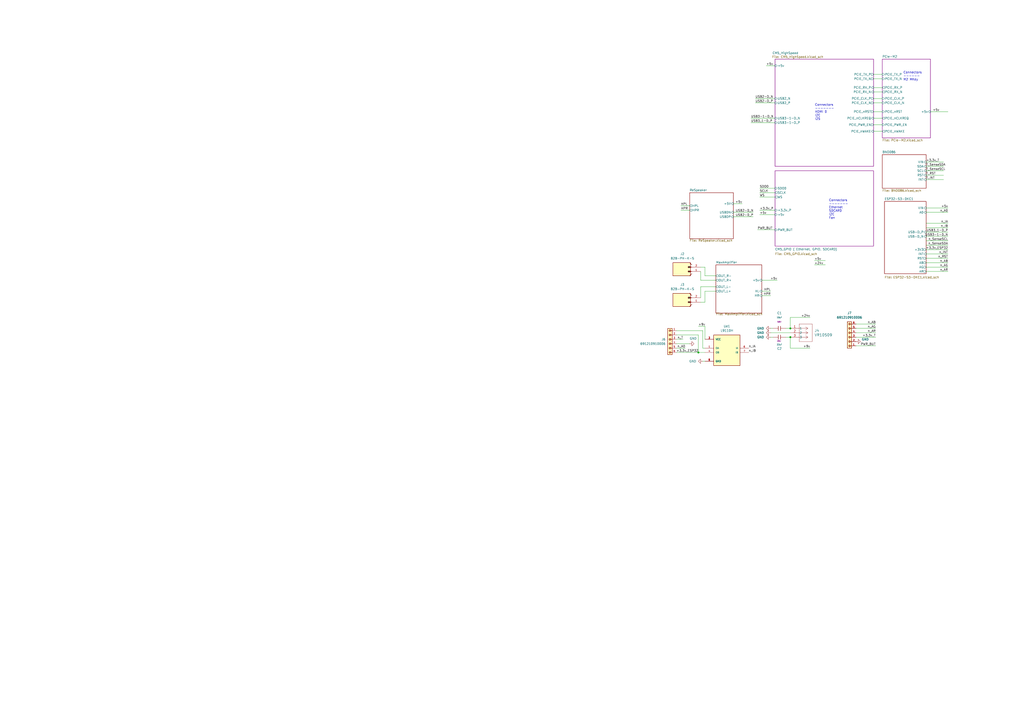
<source format=kicad_sch>
(kicad_sch (version 20250114) (generator "eeschema") (generator_version "9.0")
  (paper "A2")
  (title_block (title "N3-Base") (rev "1") (company "Maxwell Stoughton") (comment 1 "www.mtoughton.org"))
  (lib_symbols
    (symbol "691210910006:691210910006" (pin_names (offset 1.016))
      (property "Reference" "J" (at -9.96 -0.922 0))
      (property "Value" "691210910006" (at -9.91 -2.58 0))
      (symbol "691210910006_0_0"
        (rectangle (start -8.89 -2.54) (end 6.35 0) (stroke (width 0.254)) (fill (type background)))
        (circle (center -7.62 -1.27) (radius 0.508) (stroke (width 0.254)))
        (polyline (pts (xy -7.62 -1.778) (xy -7.62 -2.54)) (stroke (width 0.254)))
        (polyline (pts (xy -7.366 -1.016) (xy -7.874 -1.524)) (stroke (width 0.1524)))
        (circle (center -5.08 -1.27) (radius 0.508) (stroke (width 0.254)))
        (polyline (pts (xy -5.08 -1.778) (xy -5.08 -2.54)) (stroke (width 0.254)))
        (polyline (pts (xy -4.826 -1.016) (xy -5.334 -1.524)) (stroke (width 0.1524)))
        (circle (center -2.54 -1.27) (radius 0.508) (stroke (width 0.254)))
        (polyline (pts (xy -2.54 -1.778) (xy -2.54 -2.54)) (stroke (width 0.254)))
        (polyline (pts (xy -2.286 -1.016) (xy -2.794 -1.524)) (stroke (width 0.1524)))
        (circle (center 0 -1.27) (radius 0.508) (stroke (width 0.254)))
        (polyline (pts (xy 0 -1.778) (xy 0 -2.54)) (stroke (width 0.254)))
        (polyline (pts (xy 0.254 -1.016) (xy -0.254 -1.524)) (stroke (width 0.1524)))
        (circle (center 2.54 -1.27) (radius 0.508) (stroke (width 0.254)))
        (polyline (pts (xy 2.54 -1.778) (xy 2.54 -2.54)) (stroke (width 0.254)))
        (polyline (pts (xy 2.794 -1.016) (xy 2.286 -1.524)) (stroke (width 0.1524)))
        (circle (center 5.08 -1.27) (radius 0.508) (stroke (width 0.254)))
        (polyline (pts (xy 5.08 -1.778) (xy 5.08 -2.54)) (stroke (width 0.254)))
        (polyline (pts (xy 5.334 -1.016) (xy 4.826 -1.524)) (stroke (width 0.1524)))
        (pin passive line (at -7.62 -5.08 90) (length 2.54) (name "~") (number "1"))
        (pin passive line (at -5.08 -5.08 90) (length 2.54) (name "~") (number "2"))
        (pin passive line (at -2.54 -5.08 90) (length 2.54) (name "~") (number "3"))
        (pin passive line (at 0 -5.08 90) (length 2.54) (name "~") (number "4"))
        (pin passive line (at 2.54 -5.08 90) (length 2.54) (name "~") (number "5"))
        (pin passive line (at 5.08 -5.08 90) (length 2.54) (name "~") (number "6"))
      )
    )
    (symbol "B2B-PH-K-S:B2B-PH-K-S" (pin_names (offset 1.016))
      (property "Reference" "J" (at -5.58 5.08 0))
      (property "Value" "B2B-PH-K-S" (at -5.08 -5.08 0))
      (symbol "B2B-PH-K-S_0_0"
        (polyline (pts (xy -5.08 3.81) (xy -3.81 5.08)) (stroke (width 0.254)))
        (polyline (pts (xy -5.08 2.54) (xy -3.175 2.54)) (stroke (width 0.254)))
        (polyline (pts (xy -5.08 0) (xy -3.175 0)) (stroke (width 0.254)))
        (polyline (pts (xy -5.08 -1.27) (xy -3.81 -2.54)) (stroke (width 0.254)))
        (rectangle (start -4.445 2.2225) (end -2.8575 2.8575) (stroke (width 0.1)) (fill (type outline)))
        (rectangle (start -4.445 -0.3175) (end -2.8575 0.3175) (stroke (width 0.1)) (fill (type outline)))
        (rectangle (start -4.2863 -2.54) (end 5.8738 5.08) (stroke (width 0.254)) (fill (type background)))
        (pin passive line (at -10.16 2.54 0) (length 5.08) (name "1") (number "1"))
        (pin passive line (at -10.16 0 0) (length 5.08) (name "2") (number "2"))
      )
    )
    (symbol "L9110S:L9110S" (pin_names (offset 1.016))
      (property "Reference" "Ue1" (at 0 15.24 0))
      (property "Value" "L9110S" (at 0 12.7 0))
      (symbol "L9110S_0_0"
        (rectangle (start -7.62 -7.62) (end 7.62 10.16) (stroke (width 0.254)) (fill (type background)))
        (pin input line (at -12.7 2.54 0) (length 5.08) (name "IA") (number "6"))
        (pin input line (at -12.7 0 0) (length 5.08) (name "IB") (number "7"))
        (pin passive line (at 12.7 7.62 180) (length 5.08) (name "VCC") (number "2"))
        (pin passive line (at 12.7 7.62 180) (length 5.08) (name "VCC") (number "3"))
        (pin output line (at 12.7 2.54 180) (length 5.08) (name "OA") (number "1"))
        (pin output line (at 12.7 0 180) (length 5.08) (name "OB") (number "4"))
        (pin passive line (at 12.7 -5.08 180) (length 5.08) (name "GND") (number "5"))
        (pin passive line (at 12.7 -5.08 180) (length 5.08) (name "GND") (number "8"))
      )
    )
    (symbol "PCM_JLCPCB-Capacitors:0805,22uF" (pin_numbers (hide yes)) (pin_names (offset 0))
      (property "Reference" "C" (at 2.032 1.668 0))
      (property "Value" "22uF" (at 2.032 -0.3782 0))
      (property "Voltage Rated" "25V" (at 2.032 -2.0462 0))
      (symbol "0805,22uF_0_1"
        (polyline (pts (xy -1.27 0.635) (xy 1.27 0.635)) (stroke (width 0.254)))
        (polyline (pts (xy -1.27 -0.635) (xy 1.27 -0.635)) (stroke (width 0.254)))
      )
      (symbol "0805,22uF_1_1"
        (pin passive line (at 0 3.81 270) (length 3.175) (name "~") (number "1"))
        (pin passive line (at 0 -3.81 90) (length 3.175) (name "~") (number "2"))
      )
    )
    (symbol "PCM_JLCPCB-Capacitors:1206,10uF" (pin_numbers (hide yes)) (pin_names (offset 0))
      (property "Reference" "C" (at 2.032 1.668 0))
      (property "Value" "10uF" (at 2.032 -0.3782 0))
      (property "Voltage Rated" "50V" (at 2.032 -2.0462 0))
      (symbol "1206,10uF_0_1"
        (polyline (pts (xy -1.27 0.635) (xy 1.27 0.635)) (stroke (width 0.254)))
        (polyline (pts (xy -1.27 -0.635) (xy 1.27 -0.635)) (stroke (width 0.254)))
      )
      (symbol "1206,10uF_1_1"
        (pin passive line (at 0 3.81 270) (length 3.175) (name "~") (number "1"))
        (pin passive line (at 0 -3.81 90) (length 3.175) (name "~") (number "2"))
      )
    )
    (symbol "VR10S09:VR10S09" (pin_names (offset 0.254))
      (property "Reference" "J4" (at 13.97 -1.2699 0))
      (property "Value" "VR10S09" (at 13.97 -3.8099 0))
      (symbol "VR10S09_0_1"
        (polyline (pts (xy 5.08 2.54) (xy 5.08 -7.62)) (stroke (width 0.127)))
        (polyline (pts (xy 5.08 -7.62) (xy 12.7 -7.62)) (stroke (width 0.127)))
        (polyline (pts (xy 10.16 0) (xy 5.08 0)) (stroke (width 0.127)))
        (polyline (pts (xy 10.16 0) (xy 8.89 0.8467)) (stroke (width 0.127)))
        (polyline (pts (xy 10.16 0) (xy 8.89 -0.8467)) (stroke (width 0.127)))
        (polyline (pts (xy 10.16 -2.54) (xy 5.08 -2.54)) (stroke (width 0.127)))
        (polyline (pts (xy 10.16 -2.54) (xy 8.89 -1.6933)) (stroke (width 0.127)))
        (polyline (pts (xy 10.16 -2.54) (xy 8.89 -3.3867)) (stroke (width 0.127)))
        (polyline (pts (xy 10.16 -5.08) (xy 5.08 -5.08)) (stroke (width 0.127)))
        (polyline (pts (xy 10.16 -5.08) (xy 8.89 -4.2333)) (stroke (width 0.127)))
        (polyline (pts (xy 10.16 -5.08) (xy 8.89 -5.9267)) (stroke (width 0.127)))
        (polyline (pts (xy 12.7 2.54) (xy 5.08 2.54)) (stroke (width 0.127)))
        (polyline (pts (xy 12.7 -7.62) (xy 12.7 2.54)) (stroke (width 0.127)))
        (pin passive line (at 0 0 0) (length 5.08) (name "1") (number "1"))
        (pin passive line (at 0 -2.54 0) (length 5.08) (name "2") (number "2"))
        (pin passive line (at 0 -5.08 0) (length 5.08) (name "3") (number "3"))
      )
    )
    (symbol "power:GND" (power) (pin_numbers (hide yes)) (pin_names (offset 0) (hide yes))
      (property "Value" "GND" (at 0 -3.81 0))
      (symbol "GND_0_1"
        (polyline (pts (xy 0 0) (xy 0 -1.27) (xy 1.27 -1.27) (xy 0 -2.54) (xy -1.27 -1.27) (xy 0 -1.27)))
      )
      (symbol "GND_1_1"
        (pin power_in line (at 0 0 270) (length 0) (name "~") (number "1"))
      )
    )
  )
  (text "Connectors\n-------\nEthernet\nSDCARD\nI2C\nFan" (at 480.822 127.254 0) (effects (font (size 1.27 1.27)) (justify left bottom)))
  (text "Connectors\n------\nM2 MKey" (at 524.002 46.99 0) (effects (font (size 1.27 1.27)) (justify left bottom)))
  (text "Connectors\n-------\nHDMI 0\nI2C\nI2S" (at 472.694 69.85 0) (effects (font (size 1.27 1.27)) (justify left bottom)))
  (junction (at 458.47 190.5))
  (junction (at 405.13 204.47))
  (junction (at 458.47 195.58))
  (wire (pts (xy 549.91 144.78) (xy 537.21 144.78)))
  (wire (pts (xy 408.94 201.93) (xy 407.67 201.93)))
  (wire (pts (xy 425.45 125.73) (xy 436.88 125.73)))
  (wire (pts (xy 549.91 129.54) (xy 537.21 129.54)))
  (wire (pts (xy 506.73 53.34) (xy 511.81 53.34)))
  (wire (pts (xy 392.43 191.77) (xy 407.67 191.77)))
  (wire (pts (xy 408.94 154.94) (xy 408.94 160.02)))
  (wire (pts (xy 400.05 199.39) (xy 392.43 199.39)))
  (wire (pts (xy 450.85 162.56) (xy 441.96 162.56)))
  (wire (pts (xy 506.73 68.58) (xy 511.81 68.58)))
  (wire (pts (xy 447.04 168.91) (xy 441.96 168.91)))
  (wire (pts (xy 415.29 168.91) (xy 408.94 168.91)))
  (wire (pts (xy 458.47 184.15) (xy 458.47 190.5)))
  (wire (pts (xy 392.43 194.31) (xy 405.13 194.31)))
  (wire (pts (xy 506.73 43.18) (xy 511.81 43.18)))
  (wire (pts (xy 440.69 114.3) (xy 449.58 114.3)))
  (wire (pts (xy 440.69 121.92) (xy 449.58 121.92)))
  (wire (pts (xy 447.04 190.5) (xy 448.31 190.5)))
  (wire (pts (xy 472.44 153.67) (xy 478.79 153.67)))
  (wire (pts (xy 405.13 204.47) (xy 392.43 204.47)))
  (wire (pts (xy 394.97 121.92) (xy 400.05 121.92)))
  (wire (pts (xy 537.21 93.98) (xy 547.37 93.98)))
  (wire (pts (xy 458.47 201.93) (xy 458.47 195.58)))
  (wire (pts (xy 408.94 175.26) (xy 406.4 175.26)))
  (wire (pts (xy 549.91 157.48) (xy 537.21 157.48)))
  (wire (pts (xy 537.21 101.6) (xy 547.37 101.6)))
  (wire (pts (xy 408.94 209.55) (xy 407.67 209.55)))
  (wire (pts (xy 407.67 191.77) (xy 407.67 201.93)))
  (wire (pts (xy 549.91 152.4) (xy 537.21 152.4)))
  (wire (pts (xy 438.15 57.15) (xy 449.58 57.15)))
  (wire (pts (xy 549.91 142.24) (xy 537.21 142.24)))
  (wire (pts (xy 508 193.04) (xy 496.57 193.04)))
  (wire (pts (xy 396.24 196.85) (xy 392.43 196.85)))
  (wire (pts (xy 415.29 162.56) (xy 406.4 162.56)))
  (wire (pts (xy 549.91 134.62) (xy 537.21 134.62)))
  (wire (pts (xy 506.73 57.15) (xy 511.81 57.15)))
  (wire (pts (xy 405.13 189.23) (xy 408.94 189.23)))
  (wire (pts (xy 406.4 162.56) (xy 406.4 157.48)))
  (wire (pts (xy 439.42 133.35) (xy 449.58 133.35)))
  (wire (pts (xy 537.21 123.19) (xy 549.91 123.19)))
  (wire (pts (xy 549.91 147.32) (xy 537.21 147.32)))
  (wire (pts (xy 430.53 118.11) (xy 425.45 118.11)))
  (wire (pts (xy 472.44 151.13) (xy 478.79 151.13)))
  (wire (pts (xy 444.5 38.1) (xy 449.58 38.1)))
  (wire (pts (xy 549.91 137.16) (xy 537.21 137.16)))
  (wire (pts (xy 506.73 50.8) (xy 511.81 50.8)))
  (wire (pts (xy 392.43 201.93) (xy 397.51 201.93)))
  (wire (pts (xy 469.9 201.93) (xy 458.47 201.93)))
  (wire (pts (xy 506.73 64.77) (xy 511.81 64.77)))
  (wire (pts (xy 508 187.96) (xy 496.57 187.96)))
  (wire (pts (xy 408.94 189.23) (xy 408.94 196.85)))
  (wire (pts (xy 539.75 64.77) (xy 549.91 64.77)))
  (wire (pts (xy 406.4 154.94) (xy 408.94 154.94)))
  (wire (pts (xy 394.97 119.38) (xy 400.05 119.38)))
  (wire (pts (xy 537.21 104.14) (xy 547.37 104.14)))
  (wire (pts (xy 406.4 172.72) (xy 406.4 166.37)))
  (wire (pts (xy 406.4 166.37) (xy 415.29 166.37)))
  (wire (pts (xy 506.73 72.39) (xy 511.81 72.39)))
  (wire (pts (xy 508 195.58) (xy 496.57 195.58)))
  (wire (pts (xy 438.15 59.69) (xy 449.58 59.69)))
  (wire (pts (xy 449.58 71.12) (xy 435.61 71.12)))
  (wire (pts (xy 506.73 59.69) (xy 511.81 59.69)))
  (wire (pts (xy 537.21 96.52) (xy 547.37 96.52)))
  (wire (pts (xy 440.69 124.46) (xy 449.58 124.46)))
  (wire (pts (xy 455.93 190.5) (xy 458.47 190.5)))
  (wire (pts (xy 408.94 204.47) (xy 405.13 204.47)))
  (wire (pts (xy 405.13 194.31) (xy 405.13 204.47)))
  (wire (pts (xy 408.94 160.02) (xy 415.29 160.02)))
  (wire (pts (xy 449.58 68.58) (xy 435.61 68.58)))
  (wire (pts (xy 447.04 195.58) (xy 448.31 195.58)))
  (wire (pts (xy 440.69 111.76) (xy 449.58 111.76)))
  (wire (pts (xy 549.91 120.65) (xy 537.21 120.65)))
  (wire (pts (xy 549.91 154.94) (xy 537.21 154.94)))
  (wire (pts (xy 537.21 99.06) (xy 547.37 99.06)))
  (wire (pts (xy 408.94 168.91) (xy 408.94 175.26)))
  (wire (pts (xy 455.93 195.58) (xy 458.47 195.58)))
  (wire (pts (xy 508 190.5) (xy 496.57 190.5)))
  (wire (pts (xy 549.91 132.08) (xy 537.21 132.08)))
  (wire (pts (xy 447.04 171.45) (xy 441.96 171.45)))
  (wire (pts (xy 447.04 193.04) (xy 458.47 193.04)))
  (wire (pts (xy 469.9 184.15) (xy 458.47 184.15)))
  (wire (pts (xy 549.91 149.86) (xy 537.21 149.86)))
  (wire (pts (xy 440.69 109.22) (xy 449.58 109.22)))
  (wire (pts (xy 506.73 45.72) (xy 511.81 45.72)))
  (wire (pts (xy 508 200.66) (xy 496.57 200.66)))
  (wire (pts (xy 506.73 76.2) (xy 511.81 76.2)))
  (wire (pts (xy 549.91 139.7) (xy 537.21 139.7)))
  (wire (pts (xy 425.45 123.19) (xy 436.88 123.19)))
  (label "+3.3v_ESP32" (at 549.91 144.78 180))
  (label "n_IB" (at 434.34 204.47 0))
  (label "USB3-1-D_N" (at 549.91 137.16 180))
  (label "USB3_1-D_P" (at 435.61 71.12 0))
  (label "SDO0" (at 440.69 109.22 0))
  (label "n_AB" (at 508 187.96 180))
  (label "PWR_BUT" (at 439.42 133.35 0))
  (label "n_IA" (at 434.34 201.93 0))
  (label "n_IB" (at 549.91 132.08 180))
  (label "T_RST" (at 537.21 101.6 0))
  (label "n_AR" (at 549.91 157.48 180))
  (label "+5v" (at 541.02 64.77 0))
  (label "+5v" (at 440.69 124.46 0))
  (label "+5v" (at 444.5 38.1 0))
  (label "n_AB" (at 549.91 152.4 180))
  (label "n_A0" (at 397.51 201.93 180))
  (label "n_INT" (at 549.91 147.32 180))
  (label "+3.3v_T" (at 537.21 93.98 0))
  (label "n_T" (at 396.24 196.85 180))
  (label "SCLK" (at 440.69 111.76 0))
  (label "+3.3v_T" (at 508 195.58 180))
  (label "PWR_BUT" (at 508 200.66 180))
  (label "USB2-D_P" (at 438.15 59.69 0))
  (label "+5v" (at 549.91 120.65 180))
  (label "+3.3v_P" (at 440.69 121.92 0))
  (label "T_INT" (at 537.21 104.14 0))
  (label "USB2-D_N" (at 438.15 57.15 0))
  (label "T_SenseSDA" (at 537.21 96.52 0))
  (label "n_AR" (at 508 193.04 180))
  (label "WS" (at 440.69 114.3 0))
  (label "HPR" (at 447.04 171.45 180))
  (label "+3.3v_ESP32" (at 405.13 204.47 180))
  (label "+5v" (at 472.44 151.13 0))
  (label "n_SenseSDA" (at 549.91 142.24 180))
  (label "+9v" (at 469.9 201.93 180))
  (label "n_AG" (at 549.91 154.94 180))
  (label "+24v" (at 472.44 153.67 0))
  (label "n_A0" (at 549.91 123.19 180))
  (label "n_SenseSCL" (at 549.91 139.7 180))
  (label "HPR" (at 394.97 121.92 0))
  (label "USB3_1-D_P" (at 549.91 134.62 180))
  (label "+9v" (at 405.13 189.23 0))
  (label "USB3-1-D_N" (at 435.61 68.58 0))
  (label "HPL" (at 447.04 168.91 180))
  (label "USB2-D_P" (at 426.72 125.73 0))
  (label "n_RST" (at 549.91 149.86 180))
  (label "T_SenseSCL" (at 537.21 99.06 0))
  (label "+5v" (at 450.85 162.56 180))
  (label "n_IA" (at 549.91 129.54 180))
  (label "+5v" (at 430.53 118.11 180))
  (label "n_AG" (at 508 190.5 180))
  (label "+24v" (at 469.9 184.15 180))
  (label "HPL" (at 394.97 119.38 0))
  (label "USB2-D_N" (at 426.72 123.19 0))
  (symbol (lib_id "B2B-PH-K-S:B2B-PH-K-S") (at 396.24 154.94 180) (unit 1)
    (property "Reference" "J2" (at 395.8431 147.32 0))
    (property "Value" "B2B-PH-K-S" (at 395.8431 149.86 0))
    (property "Footprint" "Custom Components:JST_B2B-PH-K-S" (effects (hide yes)))
    (property "MANUFACTURER" "JST" (effects (hide yes)))
  )
  (symbol (lib_id "PCM_JLCPCB-Capacitors:0805,22uF") (at 452.12 195.58 270) (unit 1)
    (property "Reference" "C2" (at 452.12 202.184 90))
    (property "Value" "22uF" (at 452.12 199.898 90) (effects (font (size 0.8 0.8))))
    (property "Footprint" "PCM_JLCPCB:C_0805" (effects (hide yes)))
    (property "Datasheet" "https://www.lcsc.com/datasheet/lcsc_datasheet_2304140030_Samsung-Electro-Mechanics-CL21A226MAQNNNE_C45783.pdf" (effects (hide yes)))
    (property "Description" "25V 22uF X5R ±20% 0805 Multilayer Ceramic Capacitors MLCC - SMD/SMT ROHS" (effects (hide yes)))
    (property "LCSC" "C45783" (effects (hide yes)))
    (property "Stock" "1765993" (effects (hide yes)))
    (property "Price" "0.029USD" (effects (hide yes)))
    (property "Process" "SMT" (effects (hide yes)))
    (property "Minimum Qty" "20" (effects (hide yes)))
    (property "Attrition Qty" "8" (effects (hide yes)))
    (property "Class" "Basic Component" (effects (hide yes)))
    (property "Category" "Capacitors,Multilayer Ceramic Capacitors MLCC - SMD/SMT" (effects (hide yes)))
    (property "Manufacturer" "Samsung Electro-Mechanics" (effects (hide yes)))
    (property "Part" "CL21A226MAQNNNE" (effects (hide yes)))
    (property "Voltage Rated" "25V" (at 451.866 197.866 90) (effects (font (size 0.8 0.8))))
    (property "Tolerance" "±20%" (effects (hide yes)))
    (property "Capacitance" "22uF" (effects (hide yes)))
    (property "Temperature Coefficient" "X5R" (effects (hide yes)))
  )
  (symbol (lib_id "power:GND") (at 447.04 195.58 270) (unit 1)
    (property "Reference" "#PWR03" (effects (hide yes)))
    (property "Value" "GND" (at 443.23 195.5799 90) (effects (justify right)))
    (property "Description" "Power symbol creates a global label with name \"GND\" , ground" (effects (hide yes)))
  )
  (symbol (lib_id "power:GND") (at 400.05 199.39 90) (mirror x) (unit 1)
    (property "Reference" "#PWR06" (effects (hide yes)))
    (property "Value" "GND" (at 400.05 196.342 90) (effects (justify right)))
    (property "Description" "Power symbol creates a global label with name \"GND\" , ground" (effects (hide yes)))
  )
  (symbol (lib_id "691210910006:691210910006") (at 491.49 193.04 90) (unit 1)
    (property "Reference" "J7" (at 492.76 181.61 90))
    (property "Value" "691210910006" (at 492.76 184.15 90))
    (property "Footprint" "Custom Components:691210910006" (effects (hide yes)))
  )
  (symbol (lib_id "B2B-PH-K-S:B2B-PH-K-S") (at 396.24 172.72 180) (unit 1)
    (property "Reference" "J3" (at 395.8431 165.1 0))
    (property "Value" "B2B-PH-K-S" (at 395.8431 167.64 0))
    (property "Footprint" "Custom Components:JST_B2B-PH-K-S" (effects (hide yes)))
    (property "MANUFACTURER" "JST" (effects (hide yes)))
  )
  (symbol (lib_id "power:GND") (at 496.57 198.12 90) (unit 1)
    (property "Reference" "#PWR08" (effects (hide yes)))
    (property "Value" "GND" (at 499.872 196.85 90) (effects (justify right)))
    (property "Description" "Power symbol creates a global label with name \"GND\" , ground" (effects (hide yes)))
  )
  (symbol (lib_id "PCM_JLCPCB-Capacitors:1206,10uF") (at 452.12 190.5 90) (unit 1)
    (property "Reference" "C1" (at 452.12 181.61 90))
    (property "Value" "10uF" (at 452.12 184.15 90) (effects (font (size 0.8 0.8))))
    (property "Footprint" "PCM_JLCPCB:C_1206" (effects (hide yes)))
    (property "Datasheet" "https://www.lcsc.com/datasheet/lcsc_datasheet_2304140030_Samsung-Electro-Mechanics-CL31A106KBHNNNE_C13585.pdf" (effects (hide yes)))
    (property "Description" "50V 10uF X5R ±10% 1206 Multilayer Ceramic Capacitors MLCC - SMD/SMT ROHS" (effects (hide yes)))
    (property "LCSC" "C13585" (effects (hide yes)))
    (property "Stock" "3672362" (effects (hide yes)))
    (property "Price" "0.035USD" (effects (hide yes)))
    (property "Process" "SMT" (effects (hide yes)))
    (property "Minimum Qty" "5" (effects (hide yes)))
    (property "Attrition Qty" "4" (effects (hide yes)))
    (property "Class" "Basic Component" (effects (hide yes)))
    (property "Category" "Capacitors,Multilayer Ceramic Capacitors MLCC - SMD/SMT" (effects (hide yes)))
    (property "Manufacturer" "Samsung Electro-Mechanics" (effects (hide yes)))
    (property "Part" "CL31A106KBHNNNE" (effects (hide yes)))
    (property "Voltage Rated" "50V" (at 452.12 186.69 90) (effects (font (size 0.8 0.8))))
    (property "Tolerance" "±10%" (effects (hide yes)))
    (property "Capacitance" "10uF" (effects (hide yes)))
    (property "Temperature Coefficient" "X5R" (effects (hide yes)))
  )
  (symbol (lib_id "691210910006:691210910006") (at 387.35 199.39 90) (mirror x) (unit 1)
    (property "Reference" "J6" (at 386.08 196.8499 90) (effects (justify left)))
    (property "Value" "691210910006" (at 386.08 199.3899 90) (effects (justify left)))
    (property "Footprint" "Custom Components:691210910006" (effects (hide yes)))
  )
  (symbol (lib_id "L9110S:L9110S") (at 421.64 204.47 0) (mirror y) (unit 1)
    (property "Reference" "Ue1" (at 421.64 189.23 0))
    (property "Value" "L9110H" (at 421.64 191.77 0))
    (property "Footprint" "Custom Components:SOIC127P599X172-8N" (effects (hide yes)))
    (property "MF" "UMW" (effects (hide yes)))
    (property "MAXIMUM_PACKAGE_HEIGHT" "1.7272mm" (effects (hide yes)))
    (property "Package" "None" (effects (hide yes)))
    (property "Price" "None" (effects (hide yes)))
    (property "Check_prices" "https://www.snapeda.com/parts/L9110S/UMW/view-part/?ref=eda" (effects (hide yes)))
    (property "STANDARD" "IPC-7351B" (effects (hide yes)))
    (property "PARTREV" "NA" (effects (hide yes)))
    (property "SnapEDA_Link" "https://www.snapeda.com/parts/L9110S/UMW/view-part/?ref=snap" (effects (hide yes)))
    (property "MP" "L9110S" (effects (hide yes)))
    (property "Description_1" "Bipolar Motor Driver CMOS 8-SOP" (effects (hide yes)))
    (property "Availability" "In Stock" (effects (hide yes)))
    (property "MANUFACTURER" "UMW" (effects (hide yes)))
  )
  (symbol (lib_id "power:GND") (at 407.67 209.55 270) (mirror x) (unit 1)
    (property "Reference" "#PWR04" (effects (hide yes)))
    (property "Value" "GND" (at 403.86 209.5501 90) (effects (justify right)))
    (property "Description" "Power symbol creates a global label with name \"GND\" , ground" (effects (hide yes)))
  )
  (symbol (lib_id "power:GND") (at 447.04 193.04 270) (unit 1)
    (property "Reference" "#PWR02" (effects (hide yes)))
    (property "Value" "GND" (at 443.23 193.0399 90) (effects (justify right)))
    (property "Description" "Power symbol creates a global label with name \"GND\" , ground" (effects (hide yes)))
  )
  (symbol (lib_id "power:GND") (at 447.04 190.5 270) (unit 1)
    (property "Reference" "#PWR01" (effects (hide yes)))
    (property "Value" "GND" (at 443.23 190.4999 90) (effects (justify right)))
    (property "Description" "Power symbol creates a global label with name \"GND\" , ground" (effects (hide yes)))
  )
  (symbol (lib_id "VR10S09:VR10S09") (at 458.47 190.5 0) (unit 1)
    (property "Reference" "J4" (at 472.44 191.7699 0) (effects (font (size 1.524 1.524)) (justify left)))
    (property "Value" "VR10S09" (at 472.44 194.3099 0) (effects (font (size 1.524 1.524)) (justify left)))
    (property "Footprint" "Custom Components:VR10S09" (effects (hide yes)))
    (property "Datasheet" "VR10S09" (effects (hide yes)))
  )
  (sheet (at 449.58 99.06) (size 57.15 43.688) (stroke (width 0.1524) (color 132 0 132 1)) (fill (color 255 255 255 0.0000))
    (property "Sheetname" "CM5_GPIO ( Ethernet, GPIO, SDCARD)" (at 449.58 145.288 0) (effects (justify left bottom)))
    (property "Sheetfile" "CM5_GPIO.kicad_sch" (at 449.58 146.558 0) (effects (justify left top)))
    (pin "+5v" input (at 449.58 124.46 180))
    (pin "SCLK" output (at 449.58 111.76 180))
    (pin "SDO0" input (at 449.58 109.22 180))
    (pin "WS" output (at 449.58 114.3 180))
    (pin "+3.3v_P" input (at 449.58 121.92 180))
    (pin "PWR_BUT" input (at 449.58 133.35 180))
  )
  (sheet (at 449.58 34.29) (size 57.15 62.23) (stroke (width 0.1524) (color 132 0 132 1)) (fill (color 255 255 255 0.0000))
    (property "Sheetname" "CM5_HighSpeed" (at 448.056 31.496 0) (effects (justify left bottom)))
    (property "Sheetfile" "CM5_HighSpeed.kicad_sch" (at 447.802 32.258 0) (effects (justify left top)))
    (pin "+5v" input (at 449.58 38.1 180))
    (pin "PCIE_CLK_P" output (at 506.73 57.15 0))
    (pin "PCIE_CLK_N" output (at 506.73 59.69 0))
    (pin "PCIE_TX_P" output (at 506.73 43.18 0))
    (pin "PCIE_TX_N" output (at 506.73 45.72 0))
    (pin "PCIE_nRST" output (at 506.73 64.77 0))
    (pin "PCIE_RX_P" input (at 506.73 50.8 0))
    (pin "PCIE_RX_N" input (at 506.73 53.34 0))
    (pin "PCIE_nCLKREQ" input (at 506.73 68.58 0))
    (pin "PCIE_PWR_EN" output (at 506.73 72.39 0))
    (pin "PCIE_nWAKE" input (at 506.73 76.2 0))
    (pin "USB2_N" input (at 449.58 57.15 180))
    (pin "USB2_P" input (at 449.58 59.69 180))
    (pin "USB3-1-D_N" input (at 449.58 68.58 180))
    (pin "USB3-1-D_P" input (at 449.58 71.12 180))
  )
  (sheet (at 511.81 34.29) (size 27.94 45.72) (stroke (width 0.152) (color 132 0 132 1)) (fill (color 255 255 255 0.0000))
    (property "Sheetname" "PCIe-M2" (at 511.81 33.5786 0) (effects (justify left bottom)))
    (property "Sheetfile" "PCIe-M2.kicad_sch" (at 511.81 80.5944 0) (effects (justify left top)))
    (pin "PCIE_CLK_P" input (at 511.81 57.15 180))
    (pin "PCIE_CLK_N" input (at 511.81 59.69 180))
    (pin "PCIE_TX_P" input (at 511.81 43.18 180))
    (pin "PCIE_TX_N" input (at 511.81 45.72 180))
    (pin "PCIE_nCLKREQ" output (at 511.81 68.58 180))
    (pin "PCIE_nRST" input (at 511.81 64.77 180))
    (pin "PCIE_RX_P" output (at 511.81 50.8 180))
    (pin "PCIE_RX_N" output (at 511.81 53.34 180))
    (pin "+5v" input (at 539.75 64.77 0))
    (pin "PCIE_PWR_EN" input (at 511.81 72.39 180))
    (pin "PCIE_nWAKE" output (at 511.81 76.2 180))
  )
  (sheet (at 513.08 116.84) (size 24.13 41.91) (stroke (width 0.1524))
    (property "Sheetname" "ESP32-S3-DKC1" (at 513.08 116.1284 0) (effects (justify left bottom)))
    (property "Sheetfile" "ESP32-S3-DKC1.kicad_sch" (at 513.08 160.0966 0) (effects (justify left top)))
    (pin "USB-D_P" input (at 537.21 134.62 0))
    (pin "USB-D_N" input (at 537.21 137.16 0))
    (pin "+3V3" output (at 537.21 144.78 0))
    (pin "AB" output (at 537.21 152.4 0))
    (pin "AG" output (at 537.21 154.94 0))
    (pin "AR" output (at 537.21 157.48 0))
    (pin "INT" input (at 537.21 147.32 0))
    (pin "RST" output (at 537.21 149.86 0))
    (pin "VIN" input (at 537.21 120.65 0))
    (pin "A0" input (at 537.21 123.19 0))
  )
  (sheet (at 400.05 111.76) (size 25.4 26.67) (stroke (width 0.1524))
    (property "Sheetname" "ReSpeaker" (at 400.05 111.0484 0) (effects (justify left bottom)))
    (property "Sheetfile" "ReSpeaker.kicad_sch" (at 400.05 138.7606 0) (effects (justify left top)))
    (pin "+5V" input (at 425.45 118.11 0))
    (pin "HPL" output (at 400.05 119.38 180))
    (pin "HPR" output (at 400.05 121.92 180))
    (pin "USBDN" input (at 425.45 123.19 0))
    (pin "USBDP" input (at 425.45 125.73 0))
  )
  (sheet (at 415.29 153.67) (size 26.67 27.94) (stroke (width 0.1524))
    (property "Sheetname" "MaxAmplifier" (at 415.29 152.9584 0) (effects (justify left bottom)))
    (property "Sheetfile" "MaxAmplifier.kicad_sch" (at 415.29 181.4326 0) (effects (justify left top)))
    (pin "+5v" input (at 441.96 162.56 0))
    (pin "HL" input (at 441.96 168.91 0))
    (pin "HR" input (at 441.96 171.45 0))
    (pin "OUT_L+" output (at 415.29 168.91 180))
    (pin "OUT_L-" output (at 415.29 166.37 180))
    (pin "OUT_R+" output (at 415.29 162.56 180))
    (pin "OUT_R-" output (at 415.29 160.02 180))
  )
  (sheet (at 511.81 89.662) (size 25.4 19.558) (stroke (width 0.1524))
    (property "Sheetname" "BNO086" (at 511.81 88.9504 0) (effects (justify left bottom)))
    (property "Sheetfile" "BNO086.kicad_sch" (at 511.81 109.8046 0) (effects (justify left top)))
    (pin "INT" input (at 537.21 104.14 0))
    (pin "RST" input (at 537.21 101.6 0))
    (pin "SCL" input (at 537.21 99.06 0))
    (pin "SDA" input (at 537.21 96.52 0))
    (pin "VIN" input (at 537.21 93.98 0))
  )
)
</source>
